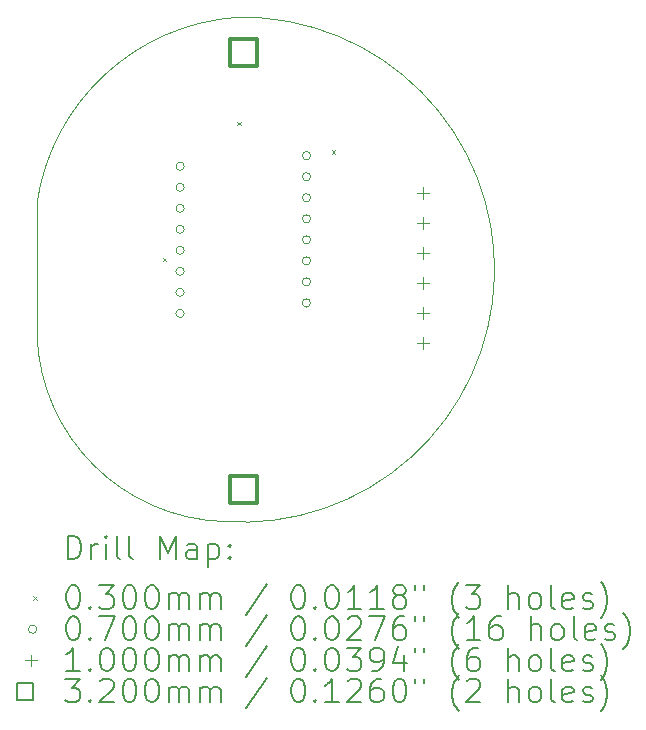
<source format=gbr>
%TF.GenerationSoftware,KiCad,Pcbnew,7.0.7*%
%TF.CreationDate,2024-01-25T12:19:21+08:00*%
%TF.ProjectId,sensor,73656e73-6f72-42e6-9b69-6361645f7063,rev?*%
%TF.SameCoordinates,Original*%
%TF.FileFunction,Drillmap*%
%TF.FilePolarity,Positive*%
%FSLAX45Y45*%
G04 Gerber Fmt 4.5, Leading zero omitted, Abs format (unit mm)*
G04 Created by KiCad (PCBNEW 7.0.7) date 2024-01-25 12:19:21*
%MOMM*%
%LPD*%
G01*
G04 APERTURE LIST*
%ADD10C,0.050000*%
%ADD11C,0.200000*%
%ADD12C,0.030000*%
%ADD13C,0.070000*%
%ADD14C,0.100000*%
%ADD15C,0.320000*%
G04 APERTURE END LIST*
D10*
X6409999Y-11620000D02*
G75*
G03*
X7990000Y-13190000I1635307J65691D01*
G01*
X6410000Y-11620000D02*
X6410000Y-10490000D01*
X8110000Y-8920000D02*
G75*
G03*
X6410000Y-10490000I128843J-1844894D01*
G01*
X7990000Y-13189999D02*
G75*
G03*
X8110000Y-8920000I155482J2132316D01*
G01*
D11*
D12*
X7475000Y-10955000D02*
X7505000Y-10985000D01*
X7505000Y-10955000D02*
X7475000Y-10985000D01*
X8105000Y-9805000D02*
X8135000Y-9835000D01*
X8135000Y-9805000D02*
X8105000Y-9835000D01*
X8905000Y-10045000D02*
X8935000Y-10075000D01*
X8935000Y-10045000D02*
X8905000Y-10075000D01*
D13*
X7656000Y-10182000D02*
G75*
G03*
X7656000Y-10182000I-35000J0D01*
G01*
X7656000Y-10360000D02*
G75*
G03*
X7656000Y-10360000I-35000J0D01*
G01*
X7656000Y-10538000D02*
G75*
G03*
X7656000Y-10538000I-35000J0D01*
G01*
X7656000Y-10716000D02*
G75*
G03*
X7656000Y-10716000I-35000J0D01*
G01*
X7656000Y-10894000D02*
G75*
G03*
X7656000Y-10894000I-35000J0D01*
G01*
X7656000Y-11072000D02*
G75*
G03*
X7656000Y-11072000I-35000J0D01*
G01*
X7656000Y-11250000D02*
G75*
G03*
X7656000Y-11250000I-35000J0D01*
G01*
X7656000Y-11428000D02*
G75*
G03*
X7656000Y-11428000I-35000J0D01*
G01*
X8726000Y-10093000D02*
G75*
G03*
X8726000Y-10093000I-35000J0D01*
G01*
X8726000Y-10271000D02*
G75*
G03*
X8726000Y-10271000I-35000J0D01*
G01*
X8726000Y-10449000D02*
G75*
G03*
X8726000Y-10449000I-35000J0D01*
G01*
X8726000Y-10627000D02*
G75*
G03*
X8726000Y-10627000I-35000J0D01*
G01*
X8726000Y-10805000D02*
G75*
G03*
X8726000Y-10805000I-35000J0D01*
G01*
X8726000Y-10983000D02*
G75*
G03*
X8726000Y-10983000I-35000J0D01*
G01*
X8726000Y-11161000D02*
G75*
G03*
X8726000Y-11161000I-35000J0D01*
G01*
X8726000Y-11339000D02*
G75*
G03*
X8726000Y-11339000I-35000J0D01*
G01*
D14*
X9680000Y-10360000D02*
X9680000Y-10460000D01*
X9630000Y-10410000D02*
X9730000Y-10410000D01*
X9680000Y-10614000D02*
X9680000Y-10714000D01*
X9630000Y-10664000D02*
X9730000Y-10664000D01*
X9680000Y-10868000D02*
X9680000Y-10968000D01*
X9630000Y-10918000D02*
X9730000Y-10918000D01*
X9680000Y-11122000D02*
X9680000Y-11222000D01*
X9630000Y-11172000D02*
X9730000Y-11172000D01*
X9680000Y-11376000D02*
X9680000Y-11476000D01*
X9630000Y-11426000D02*
X9730000Y-11426000D01*
X9680000Y-11630000D02*
X9680000Y-11730000D01*
X9630000Y-11680000D02*
X9730000Y-11680000D01*
D15*
X8273138Y-9333138D02*
X8273138Y-9106862D01*
X8046862Y-9106862D01*
X8046862Y-9333138D01*
X8273138Y-9333138D01*
X8273138Y-13033138D02*
X8273138Y-12806862D01*
X8046862Y-12806862D01*
X8046862Y-13033138D01*
X8273138Y-13033138D01*
D11*
X6668277Y-13509644D02*
X6668277Y-13309644D01*
X6668277Y-13309644D02*
X6715896Y-13309644D01*
X6715896Y-13309644D02*
X6744467Y-13319168D01*
X6744467Y-13319168D02*
X6763515Y-13338216D01*
X6763515Y-13338216D02*
X6773039Y-13357263D01*
X6773039Y-13357263D02*
X6782562Y-13395358D01*
X6782562Y-13395358D02*
X6782562Y-13423930D01*
X6782562Y-13423930D02*
X6773039Y-13462025D01*
X6773039Y-13462025D02*
X6763515Y-13481073D01*
X6763515Y-13481073D02*
X6744467Y-13500120D01*
X6744467Y-13500120D02*
X6715896Y-13509644D01*
X6715896Y-13509644D02*
X6668277Y-13509644D01*
X6868277Y-13509644D02*
X6868277Y-13376311D01*
X6868277Y-13414406D02*
X6877800Y-13395358D01*
X6877800Y-13395358D02*
X6887324Y-13385835D01*
X6887324Y-13385835D02*
X6906372Y-13376311D01*
X6906372Y-13376311D02*
X6925420Y-13376311D01*
X6992086Y-13509644D02*
X6992086Y-13376311D01*
X6992086Y-13309644D02*
X6982562Y-13319168D01*
X6982562Y-13319168D02*
X6992086Y-13328692D01*
X6992086Y-13328692D02*
X7001610Y-13319168D01*
X7001610Y-13319168D02*
X6992086Y-13309644D01*
X6992086Y-13309644D02*
X6992086Y-13328692D01*
X7115896Y-13509644D02*
X7096848Y-13500120D01*
X7096848Y-13500120D02*
X7087324Y-13481073D01*
X7087324Y-13481073D02*
X7087324Y-13309644D01*
X7220658Y-13509644D02*
X7201610Y-13500120D01*
X7201610Y-13500120D02*
X7192086Y-13481073D01*
X7192086Y-13481073D02*
X7192086Y-13309644D01*
X7449229Y-13509644D02*
X7449229Y-13309644D01*
X7449229Y-13309644D02*
X7515896Y-13452501D01*
X7515896Y-13452501D02*
X7582562Y-13309644D01*
X7582562Y-13309644D02*
X7582562Y-13509644D01*
X7763515Y-13509644D02*
X7763515Y-13404882D01*
X7763515Y-13404882D02*
X7753991Y-13385835D01*
X7753991Y-13385835D02*
X7734943Y-13376311D01*
X7734943Y-13376311D02*
X7696848Y-13376311D01*
X7696848Y-13376311D02*
X7677800Y-13385835D01*
X7763515Y-13500120D02*
X7744467Y-13509644D01*
X7744467Y-13509644D02*
X7696848Y-13509644D01*
X7696848Y-13509644D02*
X7677800Y-13500120D01*
X7677800Y-13500120D02*
X7668277Y-13481073D01*
X7668277Y-13481073D02*
X7668277Y-13462025D01*
X7668277Y-13462025D02*
X7677800Y-13442978D01*
X7677800Y-13442978D02*
X7696848Y-13433454D01*
X7696848Y-13433454D02*
X7744467Y-13433454D01*
X7744467Y-13433454D02*
X7763515Y-13423930D01*
X7858753Y-13376311D02*
X7858753Y-13576311D01*
X7858753Y-13385835D02*
X7877800Y-13376311D01*
X7877800Y-13376311D02*
X7915896Y-13376311D01*
X7915896Y-13376311D02*
X7934943Y-13385835D01*
X7934943Y-13385835D02*
X7944467Y-13395358D01*
X7944467Y-13395358D02*
X7953991Y-13414406D01*
X7953991Y-13414406D02*
X7953991Y-13471549D01*
X7953991Y-13471549D02*
X7944467Y-13490597D01*
X7944467Y-13490597D02*
X7934943Y-13500120D01*
X7934943Y-13500120D02*
X7915896Y-13509644D01*
X7915896Y-13509644D02*
X7877800Y-13509644D01*
X7877800Y-13509644D02*
X7858753Y-13500120D01*
X8039705Y-13490597D02*
X8049229Y-13500120D01*
X8049229Y-13500120D02*
X8039705Y-13509644D01*
X8039705Y-13509644D02*
X8030181Y-13500120D01*
X8030181Y-13500120D02*
X8039705Y-13490597D01*
X8039705Y-13490597D02*
X8039705Y-13509644D01*
X8039705Y-13385835D02*
X8049229Y-13395358D01*
X8049229Y-13395358D02*
X8039705Y-13404882D01*
X8039705Y-13404882D02*
X8030181Y-13395358D01*
X8030181Y-13395358D02*
X8039705Y-13385835D01*
X8039705Y-13385835D02*
X8039705Y-13404882D01*
D12*
X6377500Y-13823160D02*
X6407500Y-13853160D01*
X6407500Y-13823160D02*
X6377500Y-13853160D01*
D11*
X6706372Y-13729644D02*
X6725420Y-13729644D01*
X6725420Y-13729644D02*
X6744467Y-13739168D01*
X6744467Y-13739168D02*
X6753991Y-13748692D01*
X6753991Y-13748692D02*
X6763515Y-13767739D01*
X6763515Y-13767739D02*
X6773039Y-13805835D01*
X6773039Y-13805835D02*
X6773039Y-13853454D01*
X6773039Y-13853454D02*
X6763515Y-13891549D01*
X6763515Y-13891549D02*
X6753991Y-13910597D01*
X6753991Y-13910597D02*
X6744467Y-13920120D01*
X6744467Y-13920120D02*
X6725420Y-13929644D01*
X6725420Y-13929644D02*
X6706372Y-13929644D01*
X6706372Y-13929644D02*
X6687324Y-13920120D01*
X6687324Y-13920120D02*
X6677800Y-13910597D01*
X6677800Y-13910597D02*
X6668277Y-13891549D01*
X6668277Y-13891549D02*
X6658753Y-13853454D01*
X6658753Y-13853454D02*
X6658753Y-13805835D01*
X6658753Y-13805835D02*
X6668277Y-13767739D01*
X6668277Y-13767739D02*
X6677800Y-13748692D01*
X6677800Y-13748692D02*
X6687324Y-13739168D01*
X6687324Y-13739168D02*
X6706372Y-13729644D01*
X6858753Y-13910597D02*
X6868277Y-13920120D01*
X6868277Y-13920120D02*
X6858753Y-13929644D01*
X6858753Y-13929644D02*
X6849229Y-13920120D01*
X6849229Y-13920120D02*
X6858753Y-13910597D01*
X6858753Y-13910597D02*
X6858753Y-13929644D01*
X6934943Y-13729644D02*
X7058753Y-13729644D01*
X7058753Y-13729644D02*
X6992086Y-13805835D01*
X6992086Y-13805835D02*
X7020658Y-13805835D01*
X7020658Y-13805835D02*
X7039705Y-13815358D01*
X7039705Y-13815358D02*
X7049229Y-13824882D01*
X7049229Y-13824882D02*
X7058753Y-13843930D01*
X7058753Y-13843930D02*
X7058753Y-13891549D01*
X7058753Y-13891549D02*
X7049229Y-13910597D01*
X7049229Y-13910597D02*
X7039705Y-13920120D01*
X7039705Y-13920120D02*
X7020658Y-13929644D01*
X7020658Y-13929644D02*
X6963515Y-13929644D01*
X6963515Y-13929644D02*
X6944467Y-13920120D01*
X6944467Y-13920120D02*
X6934943Y-13910597D01*
X7182562Y-13729644D02*
X7201610Y-13729644D01*
X7201610Y-13729644D02*
X7220658Y-13739168D01*
X7220658Y-13739168D02*
X7230181Y-13748692D01*
X7230181Y-13748692D02*
X7239705Y-13767739D01*
X7239705Y-13767739D02*
X7249229Y-13805835D01*
X7249229Y-13805835D02*
X7249229Y-13853454D01*
X7249229Y-13853454D02*
X7239705Y-13891549D01*
X7239705Y-13891549D02*
X7230181Y-13910597D01*
X7230181Y-13910597D02*
X7220658Y-13920120D01*
X7220658Y-13920120D02*
X7201610Y-13929644D01*
X7201610Y-13929644D02*
X7182562Y-13929644D01*
X7182562Y-13929644D02*
X7163515Y-13920120D01*
X7163515Y-13920120D02*
X7153991Y-13910597D01*
X7153991Y-13910597D02*
X7144467Y-13891549D01*
X7144467Y-13891549D02*
X7134943Y-13853454D01*
X7134943Y-13853454D02*
X7134943Y-13805835D01*
X7134943Y-13805835D02*
X7144467Y-13767739D01*
X7144467Y-13767739D02*
X7153991Y-13748692D01*
X7153991Y-13748692D02*
X7163515Y-13739168D01*
X7163515Y-13739168D02*
X7182562Y-13729644D01*
X7373039Y-13729644D02*
X7392086Y-13729644D01*
X7392086Y-13729644D02*
X7411134Y-13739168D01*
X7411134Y-13739168D02*
X7420658Y-13748692D01*
X7420658Y-13748692D02*
X7430181Y-13767739D01*
X7430181Y-13767739D02*
X7439705Y-13805835D01*
X7439705Y-13805835D02*
X7439705Y-13853454D01*
X7439705Y-13853454D02*
X7430181Y-13891549D01*
X7430181Y-13891549D02*
X7420658Y-13910597D01*
X7420658Y-13910597D02*
X7411134Y-13920120D01*
X7411134Y-13920120D02*
X7392086Y-13929644D01*
X7392086Y-13929644D02*
X7373039Y-13929644D01*
X7373039Y-13929644D02*
X7353991Y-13920120D01*
X7353991Y-13920120D02*
X7344467Y-13910597D01*
X7344467Y-13910597D02*
X7334943Y-13891549D01*
X7334943Y-13891549D02*
X7325420Y-13853454D01*
X7325420Y-13853454D02*
X7325420Y-13805835D01*
X7325420Y-13805835D02*
X7334943Y-13767739D01*
X7334943Y-13767739D02*
X7344467Y-13748692D01*
X7344467Y-13748692D02*
X7353991Y-13739168D01*
X7353991Y-13739168D02*
X7373039Y-13729644D01*
X7525420Y-13929644D02*
X7525420Y-13796311D01*
X7525420Y-13815358D02*
X7534943Y-13805835D01*
X7534943Y-13805835D02*
X7553991Y-13796311D01*
X7553991Y-13796311D02*
X7582562Y-13796311D01*
X7582562Y-13796311D02*
X7601610Y-13805835D01*
X7601610Y-13805835D02*
X7611134Y-13824882D01*
X7611134Y-13824882D02*
X7611134Y-13929644D01*
X7611134Y-13824882D02*
X7620658Y-13805835D01*
X7620658Y-13805835D02*
X7639705Y-13796311D01*
X7639705Y-13796311D02*
X7668277Y-13796311D01*
X7668277Y-13796311D02*
X7687324Y-13805835D01*
X7687324Y-13805835D02*
X7696848Y-13824882D01*
X7696848Y-13824882D02*
X7696848Y-13929644D01*
X7792086Y-13929644D02*
X7792086Y-13796311D01*
X7792086Y-13815358D02*
X7801610Y-13805835D01*
X7801610Y-13805835D02*
X7820658Y-13796311D01*
X7820658Y-13796311D02*
X7849229Y-13796311D01*
X7849229Y-13796311D02*
X7868277Y-13805835D01*
X7868277Y-13805835D02*
X7877801Y-13824882D01*
X7877801Y-13824882D02*
X7877801Y-13929644D01*
X7877801Y-13824882D02*
X7887324Y-13805835D01*
X7887324Y-13805835D02*
X7906372Y-13796311D01*
X7906372Y-13796311D02*
X7934943Y-13796311D01*
X7934943Y-13796311D02*
X7953991Y-13805835D01*
X7953991Y-13805835D02*
X7963515Y-13824882D01*
X7963515Y-13824882D02*
X7963515Y-13929644D01*
X8353991Y-13720120D02*
X8182563Y-13977263D01*
X8611134Y-13729644D02*
X8630182Y-13729644D01*
X8630182Y-13729644D02*
X8649229Y-13739168D01*
X8649229Y-13739168D02*
X8658753Y-13748692D01*
X8658753Y-13748692D02*
X8668277Y-13767739D01*
X8668277Y-13767739D02*
X8677801Y-13805835D01*
X8677801Y-13805835D02*
X8677801Y-13853454D01*
X8677801Y-13853454D02*
X8668277Y-13891549D01*
X8668277Y-13891549D02*
X8658753Y-13910597D01*
X8658753Y-13910597D02*
X8649229Y-13920120D01*
X8649229Y-13920120D02*
X8630182Y-13929644D01*
X8630182Y-13929644D02*
X8611134Y-13929644D01*
X8611134Y-13929644D02*
X8592086Y-13920120D01*
X8592086Y-13920120D02*
X8582563Y-13910597D01*
X8582563Y-13910597D02*
X8573039Y-13891549D01*
X8573039Y-13891549D02*
X8563515Y-13853454D01*
X8563515Y-13853454D02*
X8563515Y-13805835D01*
X8563515Y-13805835D02*
X8573039Y-13767739D01*
X8573039Y-13767739D02*
X8582563Y-13748692D01*
X8582563Y-13748692D02*
X8592086Y-13739168D01*
X8592086Y-13739168D02*
X8611134Y-13729644D01*
X8763515Y-13910597D02*
X8773039Y-13920120D01*
X8773039Y-13920120D02*
X8763515Y-13929644D01*
X8763515Y-13929644D02*
X8753991Y-13920120D01*
X8753991Y-13920120D02*
X8763515Y-13910597D01*
X8763515Y-13910597D02*
X8763515Y-13929644D01*
X8896848Y-13729644D02*
X8915896Y-13729644D01*
X8915896Y-13729644D02*
X8934944Y-13739168D01*
X8934944Y-13739168D02*
X8944467Y-13748692D01*
X8944467Y-13748692D02*
X8953991Y-13767739D01*
X8953991Y-13767739D02*
X8963515Y-13805835D01*
X8963515Y-13805835D02*
X8963515Y-13853454D01*
X8963515Y-13853454D02*
X8953991Y-13891549D01*
X8953991Y-13891549D02*
X8944467Y-13910597D01*
X8944467Y-13910597D02*
X8934944Y-13920120D01*
X8934944Y-13920120D02*
X8915896Y-13929644D01*
X8915896Y-13929644D02*
X8896848Y-13929644D01*
X8896848Y-13929644D02*
X8877801Y-13920120D01*
X8877801Y-13920120D02*
X8868277Y-13910597D01*
X8868277Y-13910597D02*
X8858753Y-13891549D01*
X8858753Y-13891549D02*
X8849229Y-13853454D01*
X8849229Y-13853454D02*
X8849229Y-13805835D01*
X8849229Y-13805835D02*
X8858753Y-13767739D01*
X8858753Y-13767739D02*
X8868277Y-13748692D01*
X8868277Y-13748692D02*
X8877801Y-13739168D01*
X8877801Y-13739168D02*
X8896848Y-13729644D01*
X9153991Y-13929644D02*
X9039706Y-13929644D01*
X9096848Y-13929644D02*
X9096848Y-13729644D01*
X9096848Y-13729644D02*
X9077801Y-13758216D01*
X9077801Y-13758216D02*
X9058753Y-13777263D01*
X9058753Y-13777263D02*
X9039706Y-13786787D01*
X9344467Y-13929644D02*
X9230182Y-13929644D01*
X9287325Y-13929644D02*
X9287325Y-13729644D01*
X9287325Y-13729644D02*
X9268277Y-13758216D01*
X9268277Y-13758216D02*
X9249229Y-13777263D01*
X9249229Y-13777263D02*
X9230182Y-13786787D01*
X9458753Y-13815358D02*
X9439706Y-13805835D01*
X9439706Y-13805835D02*
X9430182Y-13796311D01*
X9430182Y-13796311D02*
X9420658Y-13777263D01*
X9420658Y-13777263D02*
X9420658Y-13767739D01*
X9420658Y-13767739D02*
X9430182Y-13748692D01*
X9430182Y-13748692D02*
X9439706Y-13739168D01*
X9439706Y-13739168D02*
X9458753Y-13729644D01*
X9458753Y-13729644D02*
X9496848Y-13729644D01*
X9496848Y-13729644D02*
X9515896Y-13739168D01*
X9515896Y-13739168D02*
X9525420Y-13748692D01*
X9525420Y-13748692D02*
X9534944Y-13767739D01*
X9534944Y-13767739D02*
X9534944Y-13777263D01*
X9534944Y-13777263D02*
X9525420Y-13796311D01*
X9525420Y-13796311D02*
X9515896Y-13805835D01*
X9515896Y-13805835D02*
X9496848Y-13815358D01*
X9496848Y-13815358D02*
X9458753Y-13815358D01*
X9458753Y-13815358D02*
X9439706Y-13824882D01*
X9439706Y-13824882D02*
X9430182Y-13834406D01*
X9430182Y-13834406D02*
X9420658Y-13853454D01*
X9420658Y-13853454D02*
X9420658Y-13891549D01*
X9420658Y-13891549D02*
X9430182Y-13910597D01*
X9430182Y-13910597D02*
X9439706Y-13920120D01*
X9439706Y-13920120D02*
X9458753Y-13929644D01*
X9458753Y-13929644D02*
X9496848Y-13929644D01*
X9496848Y-13929644D02*
X9515896Y-13920120D01*
X9515896Y-13920120D02*
X9525420Y-13910597D01*
X9525420Y-13910597D02*
X9534944Y-13891549D01*
X9534944Y-13891549D02*
X9534944Y-13853454D01*
X9534944Y-13853454D02*
X9525420Y-13834406D01*
X9525420Y-13834406D02*
X9515896Y-13824882D01*
X9515896Y-13824882D02*
X9496848Y-13815358D01*
X9611134Y-13729644D02*
X9611134Y-13767739D01*
X9687325Y-13729644D02*
X9687325Y-13767739D01*
X9982563Y-14005835D02*
X9973039Y-13996311D01*
X9973039Y-13996311D02*
X9953991Y-13967739D01*
X9953991Y-13967739D02*
X9944468Y-13948692D01*
X9944468Y-13948692D02*
X9934944Y-13920120D01*
X9934944Y-13920120D02*
X9925420Y-13872501D01*
X9925420Y-13872501D02*
X9925420Y-13834406D01*
X9925420Y-13834406D02*
X9934944Y-13786787D01*
X9934944Y-13786787D02*
X9944468Y-13758216D01*
X9944468Y-13758216D02*
X9953991Y-13739168D01*
X9953991Y-13739168D02*
X9973039Y-13710597D01*
X9973039Y-13710597D02*
X9982563Y-13701073D01*
X10039706Y-13729644D02*
X10163515Y-13729644D01*
X10163515Y-13729644D02*
X10096848Y-13805835D01*
X10096848Y-13805835D02*
X10125420Y-13805835D01*
X10125420Y-13805835D02*
X10144468Y-13815358D01*
X10144468Y-13815358D02*
X10153991Y-13824882D01*
X10153991Y-13824882D02*
X10163515Y-13843930D01*
X10163515Y-13843930D02*
X10163515Y-13891549D01*
X10163515Y-13891549D02*
X10153991Y-13910597D01*
X10153991Y-13910597D02*
X10144468Y-13920120D01*
X10144468Y-13920120D02*
X10125420Y-13929644D01*
X10125420Y-13929644D02*
X10068277Y-13929644D01*
X10068277Y-13929644D02*
X10049229Y-13920120D01*
X10049229Y-13920120D02*
X10039706Y-13910597D01*
X10401610Y-13929644D02*
X10401610Y-13729644D01*
X10487325Y-13929644D02*
X10487325Y-13824882D01*
X10487325Y-13824882D02*
X10477801Y-13805835D01*
X10477801Y-13805835D02*
X10458753Y-13796311D01*
X10458753Y-13796311D02*
X10430182Y-13796311D01*
X10430182Y-13796311D02*
X10411134Y-13805835D01*
X10411134Y-13805835D02*
X10401610Y-13815358D01*
X10611134Y-13929644D02*
X10592087Y-13920120D01*
X10592087Y-13920120D02*
X10582563Y-13910597D01*
X10582563Y-13910597D02*
X10573039Y-13891549D01*
X10573039Y-13891549D02*
X10573039Y-13834406D01*
X10573039Y-13834406D02*
X10582563Y-13815358D01*
X10582563Y-13815358D02*
X10592087Y-13805835D01*
X10592087Y-13805835D02*
X10611134Y-13796311D01*
X10611134Y-13796311D02*
X10639706Y-13796311D01*
X10639706Y-13796311D02*
X10658753Y-13805835D01*
X10658753Y-13805835D02*
X10668277Y-13815358D01*
X10668277Y-13815358D02*
X10677801Y-13834406D01*
X10677801Y-13834406D02*
X10677801Y-13891549D01*
X10677801Y-13891549D02*
X10668277Y-13910597D01*
X10668277Y-13910597D02*
X10658753Y-13920120D01*
X10658753Y-13920120D02*
X10639706Y-13929644D01*
X10639706Y-13929644D02*
X10611134Y-13929644D01*
X10792087Y-13929644D02*
X10773039Y-13920120D01*
X10773039Y-13920120D02*
X10763515Y-13901073D01*
X10763515Y-13901073D02*
X10763515Y-13729644D01*
X10944468Y-13920120D02*
X10925420Y-13929644D01*
X10925420Y-13929644D02*
X10887325Y-13929644D01*
X10887325Y-13929644D02*
X10868277Y-13920120D01*
X10868277Y-13920120D02*
X10858753Y-13901073D01*
X10858753Y-13901073D02*
X10858753Y-13824882D01*
X10858753Y-13824882D02*
X10868277Y-13805835D01*
X10868277Y-13805835D02*
X10887325Y-13796311D01*
X10887325Y-13796311D02*
X10925420Y-13796311D01*
X10925420Y-13796311D02*
X10944468Y-13805835D01*
X10944468Y-13805835D02*
X10953991Y-13824882D01*
X10953991Y-13824882D02*
X10953991Y-13843930D01*
X10953991Y-13843930D02*
X10858753Y-13862978D01*
X11030182Y-13920120D02*
X11049230Y-13929644D01*
X11049230Y-13929644D02*
X11087325Y-13929644D01*
X11087325Y-13929644D02*
X11106372Y-13920120D01*
X11106372Y-13920120D02*
X11115896Y-13901073D01*
X11115896Y-13901073D02*
X11115896Y-13891549D01*
X11115896Y-13891549D02*
X11106372Y-13872501D01*
X11106372Y-13872501D02*
X11087325Y-13862978D01*
X11087325Y-13862978D02*
X11058753Y-13862978D01*
X11058753Y-13862978D02*
X11039706Y-13853454D01*
X11039706Y-13853454D02*
X11030182Y-13834406D01*
X11030182Y-13834406D02*
X11030182Y-13824882D01*
X11030182Y-13824882D02*
X11039706Y-13805835D01*
X11039706Y-13805835D02*
X11058753Y-13796311D01*
X11058753Y-13796311D02*
X11087325Y-13796311D01*
X11087325Y-13796311D02*
X11106372Y-13805835D01*
X11182563Y-14005835D02*
X11192087Y-13996311D01*
X11192087Y-13996311D02*
X11211134Y-13967739D01*
X11211134Y-13967739D02*
X11220658Y-13948692D01*
X11220658Y-13948692D02*
X11230182Y-13920120D01*
X11230182Y-13920120D02*
X11239706Y-13872501D01*
X11239706Y-13872501D02*
X11239706Y-13834406D01*
X11239706Y-13834406D02*
X11230182Y-13786787D01*
X11230182Y-13786787D02*
X11220658Y-13758216D01*
X11220658Y-13758216D02*
X11211134Y-13739168D01*
X11211134Y-13739168D02*
X11192087Y-13710597D01*
X11192087Y-13710597D02*
X11182563Y-13701073D01*
D13*
X6407500Y-14102160D02*
G75*
G03*
X6407500Y-14102160I-35000J0D01*
G01*
D11*
X6706372Y-13993644D02*
X6725420Y-13993644D01*
X6725420Y-13993644D02*
X6744467Y-14003168D01*
X6744467Y-14003168D02*
X6753991Y-14012692D01*
X6753991Y-14012692D02*
X6763515Y-14031739D01*
X6763515Y-14031739D02*
X6773039Y-14069835D01*
X6773039Y-14069835D02*
X6773039Y-14117454D01*
X6773039Y-14117454D02*
X6763515Y-14155549D01*
X6763515Y-14155549D02*
X6753991Y-14174597D01*
X6753991Y-14174597D02*
X6744467Y-14184120D01*
X6744467Y-14184120D02*
X6725420Y-14193644D01*
X6725420Y-14193644D02*
X6706372Y-14193644D01*
X6706372Y-14193644D02*
X6687324Y-14184120D01*
X6687324Y-14184120D02*
X6677800Y-14174597D01*
X6677800Y-14174597D02*
X6668277Y-14155549D01*
X6668277Y-14155549D02*
X6658753Y-14117454D01*
X6658753Y-14117454D02*
X6658753Y-14069835D01*
X6658753Y-14069835D02*
X6668277Y-14031739D01*
X6668277Y-14031739D02*
X6677800Y-14012692D01*
X6677800Y-14012692D02*
X6687324Y-14003168D01*
X6687324Y-14003168D02*
X6706372Y-13993644D01*
X6858753Y-14174597D02*
X6868277Y-14184120D01*
X6868277Y-14184120D02*
X6858753Y-14193644D01*
X6858753Y-14193644D02*
X6849229Y-14184120D01*
X6849229Y-14184120D02*
X6858753Y-14174597D01*
X6858753Y-14174597D02*
X6858753Y-14193644D01*
X6934943Y-13993644D02*
X7068277Y-13993644D01*
X7068277Y-13993644D02*
X6982562Y-14193644D01*
X7182562Y-13993644D02*
X7201610Y-13993644D01*
X7201610Y-13993644D02*
X7220658Y-14003168D01*
X7220658Y-14003168D02*
X7230181Y-14012692D01*
X7230181Y-14012692D02*
X7239705Y-14031739D01*
X7239705Y-14031739D02*
X7249229Y-14069835D01*
X7249229Y-14069835D02*
X7249229Y-14117454D01*
X7249229Y-14117454D02*
X7239705Y-14155549D01*
X7239705Y-14155549D02*
X7230181Y-14174597D01*
X7230181Y-14174597D02*
X7220658Y-14184120D01*
X7220658Y-14184120D02*
X7201610Y-14193644D01*
X7201610Y-14193644D02*
X7182562Y-14193644D01*
X7182562Y-14193644D02*
X7163515Y-14184120D01*
X7163515Y-14184120D02*
X7153991Y-14174597D01*
X7153991Y-14174597D02*
X7144467Y-14155549D01*
X7144467Y-14155549D02*
X7134943Y-14117454D01*
X7134943Y-14117454D02*
X7134943Y-14069835D01*
X7134943Y-14069835D02*
X7144467Y-14031739D01*
X7144467Y-14031739D02*
X7153991Y-14012692D01*
X7153991Y-14012692D02*
X7163515Y-14003168D01*
X7163515Y-14003168D02*
X7182562Y-13993644D01*
X7373039Y-13993644D02*
X7392086Y-13993644D01*
X7392086Y-13993644D02*
X7411134Y-14003168D01*
X7411134Y-14003168D02*
X7420658Y-14012692D01*
X7420658Y-14012692D02*
X7430181Y-14031739D01*
X7430181Y-14031739D02*
X7439705Y-14069835D01*
X7439705Y-14069835D02*
X7439705Y-14117454D01*
X7439705Y-14117454D02*
X7430181Y-14155549D01*
X7430181Y-14155549D02*
X7420658Y-14174597D01*
X7420658Y-14174597D02*
X7411134Y-14184120D01*
X7411134Y-14184120D02*
X7392086Y-14193644D01*
X7392086Y-14193644D02*
X7373039Y-14193644D01*
X7373039Y-14193644D02*
X7353991Y-14184120D01*
X7353991Y-14184120D02*
X7344467Y-14174597D01*
X7344467Y-14174597D02*
X7334943Y-14155549D01*
X7334943Y-14155549D02*
X7325420Y-14117454D01*
X7325420Y-14117454D02*
X7325420Y-14069835D01*
X7325420Y-14069835D02*
X7334943Y-14031739D01*
X7334943Y-14031739D02*
X7344467Y-14012692D01*
X7344467Y-14012692D02*
X7353991Y-14003168D01*
X7353991Y-14003168D02*
X7373039Y-13993644D01*
X7525420Y-14193644D02*
X7525420Y-14060311D01*
X7525420Y-14079358D02*
X7534943Y-14069835D01*
X7534943Y-14069835D02*
X7553991Y-14060311D01*
X7553991Y-14060311D02*
X7582562Y-14060311D01*
X7582562Y-14060311D02*
X7601610Y-14069835D01*
X7601610Y-14069835D02*
X7611134Y-14088882D01*
X7611134Y-14088882D02*
X7611134Y-14193644D01*
X7611134Y-14088882D02*
X7620658Y-14069835D01*
X7620658Y-14069835D02*
X7639705Y-14060311D01*
X7639705Y-14060311D02*
X7668277Y-14060311D01*
X7668277Y-14060311D02*
X7687324Y-14069835D01*
X7687324Y-14069835D02*
X7696848Y-14088882D01*
X7696848Y-14088882D02*
X7696848Y-14193644D01*
X7792086Y-14193644D02*
X7792086Y-14060311D01*
X7792086Y-14079358D02*
X7801610Y-14069835D01*
X7801610Y-14069835D02*
X7820658Y-14060311D01*
X7820658Y-14060311D02*
X7849229Y-14060311D01*
X7849229Y-14060311D02*
X7868277Y-14069835D01*
X7868277Y-14069835D02*
X7877801Y-14088882D01*
X7877801Y-14088882D02*
X7877801Y-14193644D01*
X7877801Y-14088882D02*
X7887324Y-14069835D01*
X7887324Y-14069835D02*
X7906372Y-14060311D01*
X7906372Y-14060311D02*
X7934943Y-14060311D01*
X7934943Y-14060311D02*
X7953991Y-14069835D01*
X7953991Y-14069835D02*
X7963515Y-14088882D01*
X7963515Y-14088882D02*
X7963515Y-14193644D01*
X8353991Y-13984120D02*
X8182563Y-14241263D01*
X8611134Y-13993644D02*
X8630182Y-13993644D01*
X8630182Y-13993644D02*
X8649229Y-14003168D01*
X8649229Y-14003168D02*
X8658753Y-14012692D01*
X8658753Y-14012692D02*
X8668277Y-14031739D01*
X8668277Y-14031739D02*
X8677801Y-14069835D01*
X8677801Y-14069835D02*
X8677801Y-14117454D01*
X8677801Y-14117454D02*
X8668277Y-14155549D01*
X8668277Y-14155549D02*
X8658753Y-14174597D01*
X8658753Y-14174597D02*
X8649229Y-14184120D01*
X8649229Y-14184120D02*
X8630182Y-14193644D01*
X8630182Y-14193644D02*
X8611134Y-14193644D01*
X8611134Y-14193644D02*
X8592086Y-14184120D01*
X8592086Y-14184120D02*
X8582563Y-14174597D01*
X8582563Y-14174597D02*
X8573039Y-14155549D01*
X8573039Y-14155549D02*
X8563515Y-14117454D01*
X8563515Y-14117454D02*
X8563515Y-14069835D01*
X8563515Y-14069835D02*
X8573039Y-14031739D01*
X8573039Y-14031739D02*
X8582563Y-14012692D01*
X8582563Y-14012692D02*
X8592086Y-14003168D01*
X8592086Y-14003168D02*
X8611134Y-13993644D01*
X8763515Y-14174597D02*
X8773039Y-14184120D01*
X8773039Y-14184120D02*
X8763515Y-14193644D01*
X8763515Y-14193644D02*
X8753991Y-14184120D01*
X8753991Y-14184120D02*
X8763515Y-14174597D01*
X8763515Y-14174597D02*
X8763515Y-14193644D01*
X8896848Y-13993644D02*
X8915896Y-13993644D01*
X8915896Y-13993644D02*
X8934944Y-14003168D01*
X8934944Y-14003168D02*
X8944467Y-14012692D01*
X8944467Y-14012692D02*
X8953991Y-14031739D01*
X8953991Y-14031739D02*
X8963515Y-14069835D01*
X8963515Y-14069835D02*
X8963515Y-14117454D01*
X8963515Y-14117454D02*
X8953991Y-14155549D01*
X8953991Y-14155549D02*
X8944467Y-14174597D01*
X8944467Y-14174597D02*
X8934944Y-14184120D01*
X8934944Y-14184120D02*
X8915896Y-14193644D01*
X8915896Y-14193644D02*
X8896848Y-14193644D01*
X8896848Y-14193644D02*
X8877801Y-14184120D01*
X8877801Y-14184120D02*
X8868277Y-14174597D01*
X8868277Y-14174597D02*
X8858753Y-14155549D01*
X8858753Y-14155549D02*
X8849229Y-14117454D01*
X8849229Y-14117454D02*
X8849229Y-14069835D01*
X8849229Y-14069835D02*
X8858753Y-14031739D01*
X8858753Y-14031739D02*
X8868277Y-14012692D01*
X8868277Y-14012692D02*
X8877801Y-14003168D01*
X8877801Y-14003168D02*
X8896848Y-13993644D01*
X9039706Y-14012692D02*
X9049229Y-14003168D01*
X9049229Y-14003168D02*
X9068277Y-13993644D01*
X9068277Y-13993644D02*
X9115896Y-13993644D01*
X9115896Y-13993644D02*
X9134944Y-14003168D01*
X9134944Y-14003168D02*
X9144467Y-14012692D01*
X9144467Y-14012692D02*
X9153991Y-14031739D01*
X9153991Y-14031739D02*
X9153991Y-14050787D01*
X9153991Y-14050787D02*
X9144467Y-14079358D01*
X9144467Y-14079358D02*
X9030182Y-14193644D01*
X9030182Y-14193644D02*
X9153991Y-14193644D01*
X9220658Y-13993644D02*
X9353991Y-13993644D01*
X9353991Y-13993644D02*
X9268277Y-14193644D01*
X9515896Y-13993644D02*
X9477801Y-13993644D01*
X9477801Y-13993644D02*
X9458753Y-14003168D01*
X9458753Y-14003168D02*
X9449229Y-14012692D01*
X9449229Y-14012692D02*
X9430182Y-14041263D01*
X9430182Y-14041263D02*
X9420658Y-14079358D01*
X9420658Y-14079358D02*
X9420658Y-14155549D01*
X9420658Y-14155549D02*
X9430182Y-14174597D01*
X9430182Y-14174597D02*
X9439706Y-14184120D01*
X9439706Y-14184120D02*
X9458753Y-14193644D01*
X9458753Y-14193644D02*
X9496848Y-14193644D01*
X9496848Y-14193644D02*
X9515896Y-14184120D01*
X9515896Y-14184120D02*
X9525420Y-14174597D01*
X9525420Y-14174597D02*
X9534944Y-14155549D01*
X9534944Y-14155549D02*
X9534944Y-14107930D01*
X9534944Y-14107930D02*
X9525420Y-14088882D01*
X9525420Y-14088882D02*
X9515896Y-14079358D01*
X9515896Y-14079358D02*
X9496848Y-14069835D01*
X9496848Y-14069835D02*
X9458753Y-14069835D01*
X9458753Y-14069835D02*
X9439706Y-14079358D01*
X9439706Y-14079358D02*
X9430182Y-14088882D01*
X9430182Y-14088882D02*
X9420658Y-14107930D01*
X9611134Y-13993644D02*
X9611134Y-14031739D01*
X9687325Y-13993644D02*
X9687325Y-14031739D01*
X9982563Y-14269835D02*
X9973039Y-14260311D01*
X9973039Y-14260311D02*
X9953991Y-14231739D01*
X9953991Y-14231739D02*
X9944468Y-14212692D01*
X9944468Y-14212692D02*
X9934944Y-14184120D01*
X9934944Y-14184120D02*
X9925420Y-14136501D01*
X9925420Y-14136501D02*
X9925420Y-14098406D01*
X9925420Y-14098406D02*
X9934944Y-14050787D01*
X9934944Y-14050787D02*
X9944468Y-14022216D01*
X9944468Y-14022216D02*
X9953991Y-14003168D01*
X9953991Y-14003168D02*
X9973039Y-13974597D01*
X9973039Y-13974597D02*
X9982563Y-13965073D01*
X10163515Y-14193644D02*
X10049229Y-14193644D01*
X10106372Y-14193644D02*
X10106372Y-13993644D01*
X10106372Y-13993644D02*
X10087325Y-14022216D01*
X10087325Y-14022216D02*
X10068277Y-14041263D01*
X10068277Y-14041263D02*
X10049229Y-14050787D01*
X10334944Y-13993644D02*
X10296848Y-13993644D01*
X10296848Y-13993644D02*
X10277801Y-14003168D01*
X10277801Y-14003168D02*
X10268277Y-14012692D01*
X10268277Y-14012692D02*
X10249229Y-14041263D01*
X10249229Y-14041263D02*
X10239706Y-14079358D01*
X10239706Y-14079358D02*
X10239706Y-14155549D01*
X10239706Y-14155549D02*
X10249229Y-14174597D01*
X10249229Y-14174597D02*
X10258753Y-14184120D01*
X10258753Y-14184120D02*
X10277801Y-14193644D01*
X10277801Y-14193644D02*
X10315896Y-14193644D01*
X10315896Y-14193644D02*
X10334944Y-14184120D01*
X10334944Y-14184120D02*
X10344468Y-14174597D01*
X10344468Y-14174597D02*
X10353991Y-14155549D01*
X10353991Y-14155549D02*
X10353991Y-14107930D01*
X10353991Y-14107930D02*
X10344468Y-14088882D01*
X10344468Y-14088882D02*
X10334944Y-14079358D01*
X10334944Y-14079358D02*
X10315896Y-14069835D01*
X10315896Y-14069835D02*
X10277801Y-14069835D01*
X10277801Y-14069835D02*
X10258753Y-14079358D01*
X10258753Y-14079358D02*
X10249229Y-14088882D01*
X10249229Y-14088882D02*
X10239706Y-14107930D01*
X10592087Y-14193644D02*
X10592087Y-13993644D01*
X10677801Y-14193644D02*
X10677801Y-14088882D01*
X10677801Y-14088882D02*
X10668277Y-14069835D01*
X10668277Y-14069835D02*
X10649230Y-14060311D01*
X10649230Y-14060311D02*
X10620658Y-14060311D01*
X10620658Y-14060311D02*
X10601610Y-14069835D01*
X10601610Y-14069835D02*
X10592087Y-14079358D01*
X10801610Y-14193644D02*
X10782563Y-14184120D01*
X10782563Y-14184120D02*
X10773039Y-14174597D01*
X10773039Y-14174597D02*
X10763515Y-14155549D01*
X10763515Y-14155549D02*
X10763515Y-14098406D01*
X10763515Y-14098406D02*
X10773039Y-14079358D01*
X10773039Y-14079358D02*
X10782563Y-14069835D01*
X10782563Y-14069835D02*
X10801610Y-14060311D01*
X10801610Y-14060311D02*
X10830182Y-14060311D01*
X10830182Y-14060311D02*
X10849230Y-14069835D01*
X10849230Y-14069835D02*
X10858753Y-14079358D01*
X10858753Y-14079358D02*
X10868277Y-14098406D01*
X10868277Y-14098406D02*
X10868277Y-14155549D01*
X10868277Y-14155549D02*
X10858753Y-14174597D01*
X10858753Y-14174597D02*
X10849230Y-14184120D01*
X10849230Y-14184120D02*
X10830182Y-14193644D01*
X10830182Y-14193644D02*
X10801610Y-14193644D01*
X10982563Y-14193644D02*
X10963515Y-14184120D01*
X10963515Y-14184120D02*
X10953991Y-14165073D01*
X10953991Y-14165073D02*
X10953991Y-13993644D01*
X11134944Y-14184120D02*
X11115896Y-14193644D01*
X11115896Y-14193644D02*
X11077801Y-14193644D01*
X11077801Y-14193644D02*
X11058753Y-14184120D01*
X11058753Y-14184120D02*
X11049230Y-14165073D01*
X11049230Y-14165073D02*
X11049230Y-14088882D01*
X11049230Y-14088882D02*
X11058753Y-14069835D01*
X11058753Y-14069835D02*
X11077801Y-14060311D01*
X11077801Y-14060311D02*
X11115896Y-14060311D01*
X11115896Y-14060311D02*
X11134944Y-14069835D01*
X11134944Y-14069835D02*
X11144468Y-14088882D01*
X11144468Y-14088882D02*
X11144468Y-14107930D01*
X11144468Y-14107930D02*
X11049230Y-14126978D01*
X11220658Y-14184120D02*
X11239706Y-14193644D01*
X11239706Y-14193644D02*
X11277801Y-14193644D01*
X11277801Y-14193644D02*
X11296849Y-14184120D01*
X11296849Y-14184120D02*
X11306372Y-14165073D01*
X11306372Y-14165073D02*
X11306372Y-14155549D01*
X11306372Y-14155549D02*
X11296849Y-14136501D01*
X11296849Y-14136501D02*
X11277801Y-14126978D01*
X11277801Y-14126978D02*
X11249229Y-14126978D01*
X11249229Y-14126978D02*
X11230182Y-14117454D01*
X11230182Y-14117454D02*
X11220658Y-14098406D01*
X11220658Y-14098406D02*
X11220658Y-14088882D01*
X11220658Y-14088882D02*
X11230182Y-14069835D01*
X11230182Y-14069835D02*
X11249229Y-14060311D01*
X11249229Y-14060311D02*
X11277801Y-14060311D01*
X11277801Y-14060311D02*
X11296849Y-14069835D01*
X11373039Y-14269835D02*
X11382563Y-14260311D01*
X11382563Y-14260311D02*
X11401610Y-14231739D01*
X11401610Y-14231739D02*
X11411134Y-14212692D01*
X11411134Y-14212692D02*
X11420658Y-14184120D01*
X11420658Y-14184120D02*
X11430182Y-14136501D01*
X11430182Y-14136501D02*
X11430182Y-14098406D01*
X11430182Y-14098406D02*
X11420658Y-14050787D01*
X11420658Y-14050787D02*
X11411134Y-14022216D01*
X11411134Y-14022216D02*
X11401610Y-14003168D01*
X11401610Y-14003168D02*
X11382563Y-13974597D01*
X11382563Y-13974597D02*
X11373039Y-13965073D01*
D14*
X6357500Y-14316160D02*
X6357500Y-14416160D01*
X6307500Y-14366160D02*
X6407500Y-14366160D01*
D11*
X6773039Y-14457644D02*
X6658753Y-14457644D01*
X6715896Y-14457644D02*
X6715896Y-14257644D01*
X6715896Y-14257644D02*
X6696848Y-14286216D01*
X6696848Y-14286216D02*
X6677800Y-14305263D01*
X6677800Y-14305263D02*
X6658753Y-14314787D01*
X6858753Y-14438597D02*
X6868277Y-14448120D01*
X6868277Y-14448120D02*
X6858753Y-14457644D01*
X6858753Y-14457644D02*
X6849229Y-14448120D01*
X6849229Y-14448120D02*
X6858753Y-14438597D01*
X6858753Y-14438597D02*
X6858753Y-14457644D01*
X6992086Y-14257644D02*
X7011134Y-14257644D01*
X7011134Y-14257644D02*
X7030181Y-14267168D01*
X7030181Y-14267168D02*
X7039705Y-14276692D01*
X7039705Y-14276692D02*
X7049229Y-14295739D01*
X7049229Y-14295739D02*
X7058753Y-14333835D01*
X7058753Y-14333835D02*
X7058753Y-14381454D01*
X7058753Y-14381454D02*
X7049229Y-14419549D01*
X7049229Y-14419549D02*
X7039705Y-14438597D01*
X7039705Y-14438597D02*
X7030181Y-14448120D01*
X7030181Y-14448120D02*
X7011134Y-14457644D01*
X7011134Y-14457644D02*
X6992086Y-14457644D01*
X6992086Y-14457644D02*
X6973039Y-14448120D01*
X6973039Y-14448120D02*
X6963515Y-14438597D01*
X6963515Y-14438597D02*
X6953991Y-14419549D01*
X6953991Y-14419549D02*
X6944467Y-14381454D01*
X6944467Y-14381454D02*
X6944467Y-14333835D01*
X6944467Y-14333835D02*
X6953991Y-14295739D01*
X6953991Y-14295739D02*
X6963515Y-14276692D01*
X6963515Y-14276692D02*
X6973039Y-14267168D01*
X6973039Y-14267168D02*
X6992086Y-14257644D01*
X7182562Y-14257644D02*
X7201610Y-14257644D01*
X7201610Y-14257644D02*
X7220658Y-14267168D01*
X7220658Y-14267168D02*
X7230181Y-14276692D01*
X7230181Y-14276692D02*
X7239705Y-14295739D01*
X7239705Y-14295739D02*
X7249229Y-14333835D01*
X7249229Y-14333835D02*
X7249229Y-14381454D01*
X7249229Y-14381454D02*
X7239705Y-14419549D01*
X7239705Y-14419549D02*
X7230181Y-14438597D01*
X7230181Y-14438597D02*
X7220658Y-14448120D01*
X7220658Y-14448120D02*
X7201610Y-14457644D01*
X7201610Y-14457644D02*
X7182562Y-14457644D01*
X7182562Y-14457644D02*
X7163515Y-14448120D01*
X7163515Y-14448120D02*
X7153991Y-14438597D01*
X7153991Y-14438597D02*
X7144467Y-14419549D01*
X7144467Y-14419549D02*
X7134943Y-14381454D01*
X7134943Y-14381454D02*
X7134943Y-14333835D01*
X7134943Y-14333835D02*
X7144467Y-14295739D01*
X7144467Y-14295739D02*
X7153991Y-14276692D01*
X7153991Y-14276692D02*
X7163515Y-14267168D01*
X7163515Y-14267168D02*
X7182562Y-14257644D01*
X7373039Y-14257644D02*
X7392086Y-14257644D01*
X7392086Y-14257644D02*
X7411134Y-14267168D01*
X7411134Y-14267168D02*
X7420658Y-14276692D01*
X7420658Y-14276692D02*
X7430181Y-14295739D01*
X7430181Y-14295739D02*
X7439705Y-14333835D01*
X7439705Y-14333835D02*
X7439705Y-14381454D01*
X7439705Y-14381454D02*
X7430181Y-14419549D01*
X7430181Y-14419549D02*
X7420658Y-14438597D01*
X7420658Y-14438597D02*
X7411134Y-14448120D01*
X7411134Y-14448120D02*
X7392086Y-14457644D01*
X7392086Y-14457644D02*
X7373039Y-14457644D01*
X7373039Y-14457644D02*
X7353991Y-14448120D01*
X7353991Y-14448120D02*
X7344467Y-14438597D01*
X7344467Y-14438597D02*
X7334943Y-14419549D01*
X7334943Y-14419549D02*
X7325420Y-14381454D01*
X7325420Y-14381454D02*
X7325420Y-14333835D01*
X7325420Y-14333835D02*
X7334943Y-14295739D01*
X7334943Y-14295739D02*
X7344467Y-14276692D01*
X7344467Y-14276692D02*
X7353991Y-14267168D01*
X7353991Y-14267168D02*
X7373039Y-14257644D01*
X7525420Y-14457644D02*
X7525420Y-14324311D01*
X7525420Y-14343358D02*
X7534943Y-14333835D01*
X7534943Y-14333835D02*
X7553991Y-14324311D01*
X7553991Y-14324311D02*
X7582562Y-14324311D01*
X7582562Y-14324311D02*
X7601610Y-14333835D01*
X7601610Y-14333835D02*
X7611134Y-14352882D01*
X7611134Y-14352882D02*
X7611134Y-14457644D01*
X7611134Y-14352882D02*
X7620658Y-14333835D01*
X7620658Y-14333835D02*
X7639705Y-14324311D01*
X7639705Y-14324311D02*
X7668277Y-14324311D01*
X7668277Y-14324311D02*
X7687324Y-14333835D01*
X7687324Y-14333835D02*
X7696848Y-14352882D01*
X7696848Y-14352882D02*
X7696848Y-14457644D01*
X7792086Y-14457644D02*
X7792086Y-14324311D01*
X7792086Y-14343358D02*
X7801610Y-14333835D01*
X7801610Y-14333835D02*
X7820658Y-14324311D01*
X7820658Y-14324311D02*
X7849229Y-14324311D01*
X7849229Y-14324311D02*
X7868277Y-14333835D01*
X7868277Y-14333835D02*
X7877801Y-14352882D01*
X7877801Y-14352882D02*
X7877801Y-14457644D01*
X7877801Y-14352882D02*
X7887324Y-14333835D01*
X7887324Y-14333835D02*
X7906372Y-14324311D01*
X7906372Y-14324311D02*
X7934943Y-14324311D01*
X7934943Y-14324311D02*
X7953991Y-14333835D01*
X7953991Y-14333835D02*
X7963515Y-14352882D01*
X7963515Y-14352882D02*
X7963515Y-14457644D01*
X8353991Y-14248120D02*
X8182563Y-14505263D01*
X8611134Y-14257644D02*
X8630182Y-14257644D01*
X8630182Y-14257644D02*
X8649229Y-14267168D01*
X8649229Y-14267168D02*
X8658753Y-14276692D01*
X8658753Y-14276692D02*
X8668277Y-14295739D01*
X8668277Y-14295739D02*
X8677801Y-14333835D01*
X8677801Y-14333835D02*
X8677801Y-14381454D01*
X8677801Y-14381454D02*
X8668277Y-14419549D01*
X8668277Y-14419549D02*
X8658753Y-14438597D01*
X8658753Y-14438597D02*
X8649229Y-14448120D01*
X8649229Y-14448120D02*
X8630182Y-14457644D01*
X8630182Y-14457644D02*
X8611134Y-14457644D01*
X8611134Y-14457644D02*
X8592086Y-14448120D01*
X8592086Y-14448120D02*
X8582563Y-14438597D01*
X8582563Y-14438597D02*
X8573039Y-14419549D01*
X8573039Y-14419549D02*
X8563515Y-14381454D01*
X8563515Y-14381454D02*
X8563515Y-14333835D01*
X8563515Y-14333835D02*
X8573039Y-14295739D01*
X8573039Y-14295739D02*
X8582563Y-14276692D01*
X8582563Y-14276692D02*
X8592086Y-14267168D01*
X8592086Y-14267168D02*
X8611134Y-14257644D01*
X8763515Y-14438597D02*
X8773039Y-14448120D01*
X8773039Y-14448120D02*
X8763515Y-14457644D01*
X8763515Y-14457644D02*
X8753991Y-14448120D01*
X8753991Y-14448120D02*
X8763515Y-14438597D01*
X8763515Y-14438597D02*
X8763515Y-14457644D01*
X8896848Y-14257644D02*
X8915896Y-14257644D01*
X8915896Y-14257644D02*
X8934944Y-14267168D01*
X8934944Y-14267168D02*
X8944467Y-14276692D01*
X8944467Y-14276692D02*
X8953991Y-14295739D01*
X8953991Y-14295739D02*
X8963515Y-14333835D01*
X8963515Y-14333835D02*
X8963515Y-14381454D01*
X8963515Y-14381454D02*
X8953991Y-14419549D01*
X8953991Y-14419549D02*
X8944467Y-14438597D01*
X8944467Y-14438597D02*
X8934944Y-14448120D01*
X8934944Y-14448120D02*
X8915896Y-14457644D01*
X8915896Y-14457644D02*
X8896848Y-14457644D01*
X8896848Y-14457644D02*
X8877801Y-14448120D01*
X8877801Y-14448120D02*
X8868277Y-14438597D01*
X8868277Y-14438597D02*
X8858753Y-14419549D01*
X8858753Y-14419549D02*
X8849229Y-14381454D01*
X8849229Y-14381454D02*
X8849229Y-14333835D01*
X8849229Y-14333835D02*
X8858753Y-14295739D01*
X8858753Y-14295739D02*
X8868277Y-14276692D01*
X8868277Y-14276692D02*
X8877801Y-14267168D01*
X8877801Y-14267168D02*
X8896848Y-14257644D01*
X9030182Y-14257644D02*
X9153991Y-14257644D01*
X9153991Y-14257644D02*
X9087325Y-14333835D01*
X9087325Y-14333835D02*
X9115896Y-14333835D01*
X9115896Y-14333835D02*
X9134944Y-14343358D01*
X9134944Y-14343358D02*
X9144467Y-14352882D01*
X9144467Y-14352882D02*
X9153991Y-14371930D01*
X9153991Y-14371930D02*
X9153991Y-14419549D01*
X9153991Y-14419549D02*
X9144467Y-14438597D01*
X9144467Y-14438597D02*
X9134944Y-14448120D01*
X9134944Y-14448120D02*
X9115896Y-14457644D01*
X9115896Y-14457644D02*
X9058753Y-14457644D01*
X9058753Y-14457644D02*
X9039706Y-14448120D01*
X9039706Y-14448120D02*
X9030182Y-14438597D01*
X9249229Y-14457644D02*
X9287325Y-14457644D01*
X9287325Y-14457644D02*
X9306372Y-14448120D01*
X9306372Y-14448120D02*
X9315896Y-14438597D01*
X9315896Y-14438597D02*
X9334944Y-14410025D01*
X9334944Y-14410025D02*
X9344467Y-14371930D01*
X9344467Y-14371930D02*
X9344467Y-14295739D01*
X9344467Y-14295739D02*
X9334944Y-14276692D01*
X9334944Y-14276692D02*
X9325420Y-14267168D01*
X9325420Y-14267168D02*
X9306372Y-14257644D01*
X9306372Y-14257644D02*
X9268277Y-14257644D01*
X9268277Y-14257644D02*
X9249229Y-14267168D01*
X9249229Y-14267168D02*
X9239706Y-14276692D01*
X9239706Y-14276692D02*
X9230182Y-14295739D01*
X9230182Y-14295739D02*
X9230182Y-14343358D01*
X9230182Y-14343358D02*
X9239706Y-14362406D01*
X9239706Y-14362406D02*
X9249229Y-14371930D01*
X9249229Y-14371930D02*
X9268277Y-14381454D01*
X9268277Y-14381454D02*
X9306372Y-14381454D01*
X9306372Y-14381454D02*
X9325420Y-14371930D01*
X9325420Y-14371930D02*
X9334944Y-14362406D01*
X9334944Y-14362406D02*
X9344467Y-14343358D01*
X9515896Y-14324311D02*
X9515896Y-14457644D01*
X9468277Y-14248120D02*
X9420658Y-14390978D01*
X9420658Y-14390978D02*
X9544467Y-14390978D01*
X9611134Y-14257644D02*
X9611134Y-14295739D01*
X9687325Y-14257644D02*
X9687325Y-14295739D01*
X9982563Y-14533835D02*
X9973039Y-14524311D01*
X9973039Y-14524311D02*
X9953991Y-14495739D01*
X9953991Y-14495739D02*
X9944468Y-14476692D01*
X9944468Y-14476692D02*
X9934944Y-14448120D01*
X9934944Y-14448120D02*
X9925420Y-14400501D01*
X9925420Y-14400501D02*
X9925420Y-14362406D01*
X9925420Y-14362406D02*
X9934944Y-14314787D01*
X9934944Y-14314787D02*
X9944468Y-14286216D01*
X9944468Y-14286216D02*
X9953991Y-14267168D01*
X9953991Y-14267168D02*
X9973039Y-14238597D01*
X9973039Y-14238597D02*
X9982563Y-14229073D01*
X10144468Y-14257644D02*
X10106372Y-14257644D01*
X10106372Y-14257644D02*
X10087325Y-14267168D01*
X10087325Y-14267168D02*
X10077801Y-14276692D01*
X10077801Y-14276692D02*
X10058753Y-14305263D01*
X10058753Y-14305263D02*
X10049229Y-14343358D01*
X10049229Y-14343358D02*
X10049229Y-14419549D01*
X10049229Y-14419549D02*
X10058753Y-14438597D01*
X10058753Y-14438597D02*
X10068277Y-14448120D01*
X10068277Y-14448120D02*
X10087325Y-14457644D01*
X10087325Y-14457644D02*
X10125420Y-14457644D01*
X10125420Y-14457644D02*
X10144468Y-14448120D01*
X10144468Y-14448120D02*
X10153991Y-14438597D01*
X10153991Y-14438597D02*
X10163515Y-14419549D01*
X10163515Y-14419549D02*
X10163515Y-14371930D01*
X10163515Y-14371930D02*
X10153991Y-14352882D01*
X10153991Y-14352882D02*
X10144468Y-14343358D01*
X10144468Y-14343358D02*
X10125420Y-14333835D01*
X10125420Y-14333835D02*
X10087325Y-14333835D01*
X10087325Y-14333835D02*
X10068277Y-14343358D01*
X10068277Y-14343358D02*
X10058753Y-14352882D01*
X10058753Y-14352882D02*
X10049229Y-14371930D01*
X10401610Y-14457644D02*
X10401610Y-14257644D01*
X10487325Y-14457644D02*
X10487325Y-14352882D01*
X10487325Y-14352882D02*
X10477801Y-14333835D01*
X10477801Y-14333835D02*
X10458753Y-14324311D01*
X10458753Y-14324311D02*
X10430182Y-14324311D01*
X10430182Y-14324311D02*
X10411134Y-14333835D01*
X10411134Y-14333835D02*
X10401610Y-14343358D01*
X10611134Y-14457644D02*
X10592087Y-14448120D01*
X10592087Y-14448120D02*
X10582563Y-14438597D01*
X10582563Y-14438597D02*
X10573039Y-14419549D01*
X10573039Y-14419549D02*
X10573039Y-14362406D01*
X10573039Y-14362406D02*
X10582563Y-14343358D01*
X10582563Y-14343358D02*
X10592087Y-14333835D01*
X10592087Y-14333835D02*
X10611134Y-14324311D01*
X10611134Y-14324311D02*
X10639706Y-14324311D01*
X10639706Y-14324311D02*
X10658753Y-14333835D01*
X10658753Y-14333835D02*
X10668277Y-14343358D01*
X10668277Y-14343358D02*
X10677801Y-14362406D01*
X10677801Y-14362406D02*
X10677801Y-14419549D01*
X10677801Y-14419549D02*
X10668277Y-14438597D01*
X10668277Y-14438597D02*
X10658753Y-14448120D01*
X10658753Y-14448120D02*
X10639706Y-14457644D01*
X10639706Y-14457644D02*
X10611134Y-14457644D01*
X10792087Y-14457644D02*
X10773039Y-14448120D01*
X10773039Y-14448120D02*
X10763515Y-14429073D01*
X10763515Y-14429073D02*
X10763515Y-14257644D01*
X10944468Y-14448120D02*
X10925420Y-14457644D01*
X10925420Y-14457644D02*
X10887325Y-14457644D01*
X10887325Y-14457644D02*
X10868277Y-14448120D01*
X10868277Y-14448120D02*
X10858753Y-14429073D01*
X10858753Y-14429073D02*
X10858753Y-14352882D01*
X10858753Y-14352882D02*
X10868277Y-14333835D01*
X10868277Y-14333835D02*
X10887325Y-14324311D01*
X10887325Y-14324311D02*
X10925420Y-14324311D01*
X10925420Y-14324311D02*
X10944468Y-14333835D01*
X10944468Y-14333835D02*
X10953991Y-14352882D01*
X10953991Y-14352882D02*
X10953991Y-14371930D01*
X10953991Y-14371930D02*
X10858753Y-14390978D01*
X11030182Y-14448120D02*
X11049230Y-14457644D01*
X11049230Y-14457644D02*
X11087325Y-14457644D01*
X11087325Y-14457644D02*
X11106372Y-14448120D01*
X11106372Y-14448120D02*
X11115896Y-14429073D01*
X11115896Y-14429073D02*
X11115896Y-14419549D01*
X11115896Y-14419549D02*
X11106372Y-14400501D01*
X11106372Y-14400501D02*
X11087325Y-14390978D01*
X11087325Y-14390978D02*
X11058753Y-14390978D01*
X11058753Y-14390978D02*
X11039706Y-14381454D01*
X11039706Y-14381454D02*
X11030182Y-14362406D01*
X11030182Y-14362406D02*
X11030182Y-14352882D01*
X11030182Y-14352882D02*
X11039706Y-14333835D01*
X11039706Y-14333835D02*
X11058753Y-14324311D01*
X11058753Y-14324311D02*
X11087325Y-14324311D01*
X11087325Y-14324311D02*
X11106372Y-14333835D01*
X11182563Y-14533835D02*
X11192087Y-14524311D01*
X11192087Y-14524311D02*
X11211134Y-14495739D01*
X11211134Y-14495739D02*
X11220658Y-14476692D01*
X11220658Y-14476692D02*
X11230182Y-14448120D01*
X11230182Y-14448120D02*
X11239706Y-14400501D01*
X11239706Y-14400501D02*
X11239706Y-14362406D01*
X11239706Y-14362406D02*
X11230182Y-14314787D01*
X11230182Y-14314787D02*
X11220658Y-14286216D01*
X11220658Y-14286216D02*
X11211134Y-14267168D01*
X11211134Y-14267168D02*
X11192087Y-14238597D01*
X11192087Y-14238597D02*
X11182563Y-14229073D01*
X6378211Y-14700872D02*
X6378211Y-14559449D01*
X6236788Y-14559449D01*
X6236788Y-14700872D01*
X6378211Y-14700872D01*
X6649229Y-14521644D02*
X6773039Y-14521644D01*
X6773039Y-14521644D02*
X6706372Y-14597835D01*
X6706372Y-14597835D02*
X6734943Y-14597835D01*
X6734943Y-14597835D02*
X6753991Y-14607358D01*
X6753991Y-14607358D02*
X6763515Y-14616882D01*
X6763515Y-14616882D02*
X6773039Y-14635930D01*
X6773039Y-14635930D02*
X6773039Y-14683549D01*
X6773039Y-14683549D02*
X6763515Y-14702597D01*
X6763515Y-14702597D02*
X6753991Y-14712120D01*
X6753991Y-14712120D02*
X6734943Y-14721644D01*
X6734943Y-14721644D02*
X6677800Y-14721644D01*
X6677800Y-14721644D02*
X6658753Y-14712120D01*
X6658753Y-14712120D02*
X6649229Y-14702597D01*
X6858753Y-14702597D02*
X6868277Y-14712120D01*
X6868277Y-14712120D02*
X6858753Y-14721644D01*
X6858753Y-14721644D02*
X6849229Y-14712120D01*
X6849229Y-14712120D02*
X6858753Y-14702597D01*
X6858753Y-14702597D02*
X6858753Y-14721644D01*
X6944467Y-14540692D02*
X6953991Y-14531168D01*
X6953991Y-14531168D02*
X6973039Y-14521644D01*
X6973039Y-14521644D02*
X7020658Y-14521644D01*
X7020658Y-14521644D02*
X7039705Y-14531168D01*
X7039705Y-14531168D02*
X7049229Y-14540692D01*
X7049229Y-14540692D02*
X7058753Y-14559739D01*
X7058753Y-14559739D02*
X7058753Y-14578787D01*
X7058753Y-14578787D02*
X7049229Y-14607358D01*
X7049229Y-14607358D02*
X6934943Y-14721644D01*
X6934943Y-14721644D02*
X7058753Y-14721644D01*
X7182562Y-14521644D02*
X7201610Y-14521644D01*
X7201610Y-14521644D02*
X7220658Y-14531168D01*
X7220658Y-14531168D02*
X7230181Y-14540692D01*
X7230181Y-14540692D02*
X7239705Y-14559739D01*
X7239705Y-14559739D02*
X7249229Y-14597835D01*
X7249229Y-14597835D02*
X7249229Y-14645454D01*
X7249229Y-14645454D02*
X7239705Y-14683549D01*
X7239705Y-14683549D02*
X7230181Y-14702597D01*
X7230181Y-14702597D02*
X7220658Y-14712120D01*
X7220658Y-14712120D02*
X7201610Y-14721644D01*
X7201610Y-14721644D02*
X7182562Y-14721644D01*
X7182562Y-14721644D02*
X7163515Y-14712120D01*
X7163515Y-14712120D02*
X7153991Y-14702597D01*
X7153991Y-14702597D02*
X7144467Y-14683549D01*
X7144467Y-14683549D02*
X7134943Y-14645454D01*
X7134943Y-14645454D02*
X7134943Y-14597835D01*
X7134943Y-14597835D02*
X7144467Y-14559739D01*
X7144467Y-14559739D02*
X7153991Y-14540692D01*
X7153991Y-14540692D02*
X7163515Y-14531168D01*
X7163515Y-14531168D02*
X7182562Y-14521644D01*
X7373039Y-14521644D02*
X7392086Y-14521644D01*
X7392086Y-14521644D02*
X7411134Y-14531168D01*
X7411134Y-14531168D02*
X7420658Y-14540692D01*
X7420658Y-14540692D02*
X7430181Y-14559739D01*
X7430181Y-14559739D02*
X7439705Y-14597835D01*
X7439705Y-14597835D02*
X7439705Y-14645454D01*
X7439705Y-14645454D02*
X7430181Y-14683549D01*
X7430181Y-14683549D02*
X7420658Y-14702597D01*
X7420658Y-14702597D02*
X7411134Y-14712120D01*
X7411134Y-14712120D02*
X7392086Y-14721644D01*
X7392086Y-14721644D02*
X7373039Y-14721644D01*
X7373039Y-14721644D02*
X7353991Y-14712120D01*
X7353991Y-14712120D02*
X7344467Y-14702597D01*
X7344467Y-14702597D02*
X7334943Y-14683549D01*
X7334943Y-14683549D02*
X7325420Y-14645454D01*
X7325420Y-14645454D02*
X7325420Y-14597835D01*
X7325420Y-14597835D02*
X7334943Y-14559739D01*
X7334943Y-14559739D02*
X7344467Y-14540692D01*
X7344467Y-14540692D02*
X7353991Y-14531168D01*
X7353991Y-14531168D02*
X7373039Y-14521644D01*
X7525420Y-14721644D02*
X7525420Y-14588311D01*
X7525420Y-14607358D02*
X7534943Y-14597835D01*
X7534943Y-14597835D02*
X7553991Y-14588311D01*
X7553991Y-14588311D02*
X7582562Y-14588311D01*
X7582562Y-14588311D02*
X7601610Y-14597835D01*
X7601610Y-14597835D02*
X7611134Y-14616882D01*
X7611134Y-14616882D02*
X7611134Y-14721644D01*
X7611134Y-14616882D02*
X7620658Y-14597835D01*
X7620658Y-14597835D02*
X7639705Y-14588311D01*
X7639705Y-14588311D02*
X7668277Y-14588311D01*
X7668277Y-14588311D02*
X7687324Y-14597835D01*
X7687324Y-14597835D02*
X7696848Y-14616882D01*
X7696848Y-14616882D02*
X7696848Y-14721644D01*
X7792086Y-14721644D02*
X7792086Y-14588311D01*
X7792086Y-14607358D02*
X7801610Y-14597835D01*
X7801610Y-14597835D02*
X7820658Y-14588311D01*
X7820658Y-14588311D02*
X7849229Y-14588311D01*
X7849229Y-14588311D02*
X7868277Y-14597835D01*
X7868277Y-14597835D02*
X7877801Y-14616882D01*
X7877801Y-14616882D02*
X7877801Y-14721644D01*
X7877801Y-14616882D02*
X7887324Y-14597835D01*
X7887324Y-14597835D02*
X7906372Y-14588311D01*
X7906372Y-14588311D02*
X7934943Y-14588311D01*
X7934943Y-14588311D02*
X7953991Y-14597835D01*
X7953991Y-14597835D02*
X7963515Y-14616882D01*
X7963515Y-14616882D02*
X7963515Y-14721644D01*
X8353991Y-14512120D02*
X8182563Y-14769263D01*
X8611134Y-14521644D02*
X8630182Y-14521644D01*
X8630182Y-14521644D02*
X8649229Y-14531168D01*
X8649229Y-14531168D02*
X8658753Y-14540692D01*
X8658753Y-14540692D02*
X8668277Y-14559739D01*
X8668277Y-14559739D02*
X8677801Y-14597835D01*
X8677801Y-14597835D02*
X8677801Y-14645454D01*
X8677801Y-14645454D02*
X8668277Y-14683549D01*
X8668277Y-14683549D02*
X8658753Y-14702597D01*
X8658753Y-14702597D02*
X8649229Y-14712120D01*
X8649229Y-14712120D02*
X8630182Y-14721644D01*
X8630182Y-14721644D02*
X8611134Y-14721644D01*
X8611134Y-14721644D02*
X8592086Y-14712120D01*
X8592086Y-14712120D02*
X8582563Y-14702597D01*
X8582563Y-14702597D02*
X8573039Y-14683549D01*
X8573039Y-14683549D02*
X8563515Y-14645454D01*
X8563515Y-14645454D02*
X8563515Y-14597835D01*
X8563515Y-14597835D02*
X8573039Y-14559739D01*
X8573039Y-14559739D02*
X8582563Y-14540692D01*
X8582563Y-14540692D02*
X8592086Y-14531168D01*
X8592086Y-14531168D02*
X8611134Y-14521644D01*
X8763515Y-14702597D02*
X8773039Y-14712120D01*
X8773039Y-14712120D02*
X8763515Y-14721644D01*
X8763515Y-14721644D02*
X8753991Y-14712120D01*
X8753991Y-14712120D02*
X8763515Y-14702597D01*
X8763515Y-14702597D02*
X8763515Y-14721644D01*
X8963515Y-14721644D02*
X8849229Y-14721644D01*
X8906372Y-14721644D02*
X8906372Y-14521644D01*
X8906372Y-14521644D02*
X8887325Y-14550216D01*
X8887325Y-14550216D02*
X8868277Y-14569263D01*
X8868277Y-14569263D02*
X8849229Y-14578787D01*
X9039706Y-14540692D02*
X9049229Y-14531168D01*
X9049229Y-14531168D02*
X9068277Y-14521644D01*
X9068277Y-14521644D02*
X9115896Y-14521644D01*
X9115896Y-14521644D02*
X9134944Y-14531168D01*
X9134944Y-14531168D02*
X9144467Y-14540692D01*
X9144467Y-14540692D02*
X9153991Y-14559739D01*
X9153991Y-14559739D02*
X9153991Y-14578787D01*
X9153991Y-14578787D02*
X9144467Y-14607358D01*
X9144467Y-14607358D02*
X9030182Y-14721644D01*
X9030182Y-14721644D02*
X9153991Y-14721644D01*
X9325420Y-14521644D02*
X9287325Y-14521644D01*
X9287325Y-14521644D02*
X9268277Y-14531168D01*
X9268277Y-14531168D02*
X9258753Y-14540692D01*
X9258753Y-14540692D02*
X9239706Y-14569263D01*
X9239706Y-14569263D02*
X9230182Y-14607358D01*
X9230182Y-14607358D02*
X9230182Y-14683549D01*
X9230182Y-14683549D02*
X9239706Y-14702597D01*
X9239706Y-14702597D02*
X9249229Y-14712120D01*
X9249229Y-14712120D02*
X9268277Y-14721644D01*
X9268277Y-14721644D02*
X9306372Y-14721644D01*
X9306372Y-14721644D02*
X9325420Y-14712120D01*
X9325420Y-14712120D02*
X9334944Y-14702597D01*
X9334944Y-14702597D02*
X9344467Y-14683549D01*
X9344467Y-14683549D02*
X9344467Y-14635930D01*
X9344467Y-14635930D02*
X9334944Y-14616882D01*
X9334944Y-14616882D02*
X9325420Y-14607358D01*
X9325420Y-14607358D02*
X9306372Y-14597835D01*
X9306372Y-14597835D02*
X9268277Y-14597835D01*
X9268277Y-14597835D02*
X9249229Y-14607358D01*
X9249229Y-14607358D02*
X9239706Y-14616882D01*
X9239706Y-14616882D02*
X9230182Y-14635930D01*
X9468277Y-14521644D02*
X9487325Y-14521644D01*
X9487325Y-14521644D02*
X9506372Y-14531168D01*
X9506372Y-14531168D02*
X9515896Y-14540692D01*
X9515896Y-14540692D02*
X9525420Y-14559739D01*
X9525420Y-14559739D02*
X9534944Y-14597835D01*
X9534944Y-14597835D02*
X9534944Y-14645454D01*
X9534944Y-14645454D02*
X9525420Y-14683549D01*
X9525420Y-14683549D02*
X9515896Y-14702597D01*
X9515896Y-14702597D02*
X9506372Y-14712120D01*
X9506372Y-14712120D02*
X9487325Y-14721644D01*
X9487325Y-14721644D02*
X9468277Y-14721644D01*
X9468277Y-14721644D02*
X9449229Y-14712120D01*
X9449229Y-14712120D02*
X9439706Y-14702597D01*
X9439706Y-14702597D02*
X9430182Y-14683549D01*
X9430182Y-14683549D02*
X9420658Y-14645454D01*
X9420658Y-14645454D02*
X9420658Y-14597835D01*
X9420658Y-14597835D02*
X9430182Y-14559739D01*
X9430182Y-14559739D02*
X9439706Y-14540692D01*
X9439706Y-14540692D02*
X9449229Y-14531168D01*
X9449229Y-14531168D02*
X9468277Y-14521644D01*
X9611134Y-14521644D02*
X9611134Y-14559739D01*
X9687325Y-14521644D02*
X9687325Y-14559739D01*
X9982563Y-14797835D02*
X9973039Y-14788311D01*
X9973039Y-14788311D02*
X9953991Y-14759739D01*
X9953991Y-14759739D02*
X9944468Y-14740692D01*
X9944468Y-14740692D02*
X9934944Y-14712120D01*
X9934944Y-14712120D02*
X9925420Y-14664501D01*
X9925420Y-14664501D02*
X9925420Y-14626406D01*
X9925420Y-14626406D02*
X9934944Y-14578787D01*
X9934944Y-14578787D02*
X9944468Y-14550216D01*
X9944468Y-14550216D02*
X9953991Y-14531168D01*
X9953991Y-14531168D02*
X9973039Y-14502597D01*
X9973039Y-14502597D02*
X9982563Y-14493073D01*
X10049229Y-14540692D02*
X10058753Y-14531168D01*
X10058753Y-14531168D02*
X10077801Y-14521644D01*
X10077801Y-14521644D02*
X10125420Y-14521644D01*
X10125420Y-14521644D02*
X10144468Y-14531168D01*
X10144468Y-14531168D02*
X10153991Y-14540692D01*
X10153991Y-14540692D02*
X10163515Y-14559739D01*
X10163515Y-14559739D02*
X10163515Y-14578787D01*
X10163515Y-14578787D02*
X10153991Y-14607358D01*
X10153991Y-14607358D02*
X10039706Y-14721644D01*
X10039706Y-14721644D02*
X10163515Y-14721644D01*
X10401610Y-14721644D02*
X10401610Y-14521644D01*
X10487325Y-14721644D02*
X10487325Y-14616882D01*
X10487325Y-14616882D02*
X10477801Y-14597835D01*
X10477801Y-14597835D02*
X10458753Y-14588311D01*
X10458753Y-14588311D02*
X10430182Y-14588311D01*
X10430182Y-14588311D02*
X10411134Y-14597835D01*
X10411134Y-14597835D02*
X10401610Y-14607358D01*
X10611134Y-14721644D02*
X10592087Y-14712120D01*
X10592087Y-14712120D02*
X10582563Y-14702597D01*
X10582563Y-14702597D02*
X10573039Y-14683549D01*
X10573039Y-14683549D02*
X10573039Y-14626406D01*
X10573039Y-14626406D02*
X10582563Y-14607358D01*
X10582563Y-14607358D02*
X10592087Y-14597835D01*
X10592087Y-14597835D02*
X10611134Y-14588311D01*
X10611134Y-14588311D02*
X10639706Y-14588311D01*
X10639706Y-14588311D02*
X10658753Y-14597835D01*
X10658753Y-14597835D02*
X10668277Y-14607358D01*
X10668277Y-14607358D02*
X10677801Y-14626406D01*
X10677801Y-14626406D02*
X10677801Y-14683549D01*
X10677801Y-14683549D02*
X10668277Y-14702597D01*
X10668277Y-14702597D02*
X10658753Y-14712120D01*
X10658753Y-14712120D02*
X10639706Y-14721644D01*
X10639706Y-14721644D02*
X10611134Y-14721644D01*
X10792087Y-14721644D02*
X10773039Y-14712120D01*
X10773039Y-14712120D02*
X10763515Y-14693073D01*
X10763515Y-14693073D02*
X10763515Y-14521644D01*
X10944468Y-14712120D02*
X10925420Y-14721644D01*
X10925420Y-14721644D02*
X10887325Y-14721644D01*
X10887325Y-14721644D02*
X10868277Y-14712120D01*
X10868277Y-14712120D02*
X10858753Y-14693073D01*
X10858753Y-14693073D02*
X10858753Y-14616882D01*
X10858753Y-14616882D02*
X10868277Y-14597835D01*
X10868277Y-14597835D02*
X10887325Y-14588311D01*
X10887325Y-14588311D02*
X10925420Y-14588311D01*
X10925420Y-14588311D02*
X10944468Y-14597835D01*
X10944468Y-14597835D02*
X10953991Y-14616882D01*
X10953991Y-14616882D02*
X10953991Y-14635930D01*
X10953991Y-14635930D02*
X10858753Y-14654978D01*
X11030182Y-14712120D02*
X11049230Y-14721644D01*
X11049230Y-14721644D02*
X11087325Y-14721644D01*
X11087325Y-14721644D02*
X11106372Y-14712120D01*
X11106372Y-14712120D02*
X11115896Y-14693073D01*
X11115896Y-14693073D02*
X11115896Y-14683549D01*
X11115896Y-14683549D02*
X11106372Y-14664501D01*
X11106372Y-14664501D02*
X11087325Y-14654978D01*
X11087325Y-14654978D02*
X11058753Y-14654978D01*
X11058753Y-14654978D02*
X11039706Y-14645454D01*
X11039706Y-14645454D02*
X11030182Y-14626406D01*
X11030182Y-14626406D02*
X11030182Y-14616882D01*
X11030182Y-14616882D02*
X11039706Y-14597835D01*
X11039706Y-14597835D02*
X11058753Y-14588311D01*
X11058753Y-14588311D02*
X11087325Y-14588311D01*
X11087325Y-14588311D02*
X11106372Y-14597835D01*
X11182563Y-14797835D02*
X11192087Y-14788311D01*
X11192087Y-14788311D02*
X11211134Y-14759739D01*
X11211134Y-14759739D02*
X11220658Y-14740692D01*
X11220658Y-14740692D02*
X11230182Y-14712120D01*
X11230182Y-14712120D02*
X11239706Y-14664501D01*
X11239706Y-14664501D02*
X11239706Y-14626406D01*
X11239706Y-14626406D02*
X11230182Y-14578787D01*
X11230182Y-14578787D02*
X11220658Y-14550216D01*
X11220658Y-14550216D02*
X11211134Y-14531168D01*
X11211134Y-14531168D02*
X11192087Y-14502597D01*
X11192087Y-14502597D02*
X11182563Y-14493073D01*
M02*

</source>
